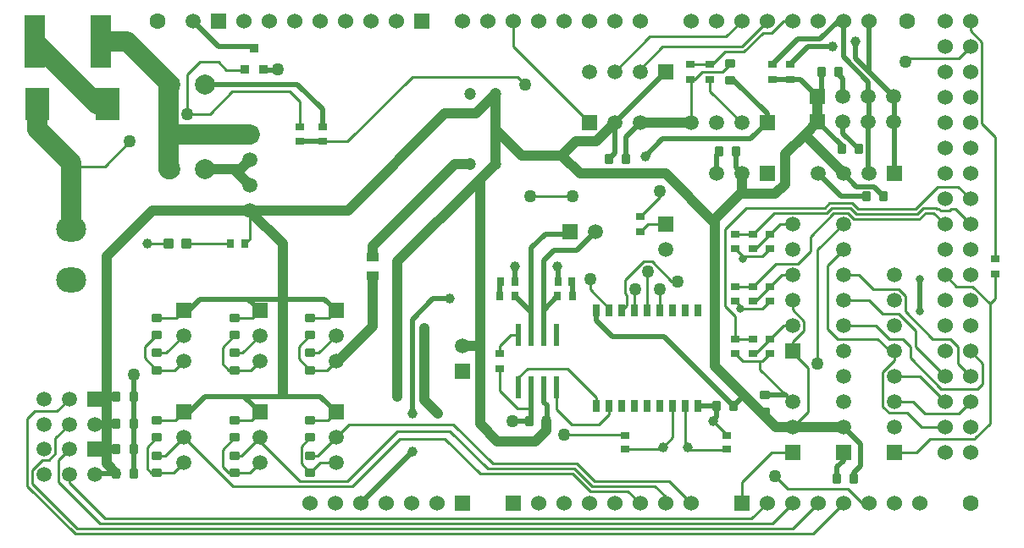
<source format=gtl>
G04 Layer_Physical_Order=1*
G04 Layer_Color=255*
%FSLAX44Y44*%
%MOMM*%
G71*
G01*
G75*
G04:AMPARAMS|DCode=10|XSize=1mm|YSize=0.9mm|CornerRadius=0.1125mm|HoleSize=0mm|Usage=FLASHONLY|Rotation=90.000|XOffset=0mm|YOffset=0mm|HoleType=Round|Shape=RoundedRectangle|*
%AMROUNDEDRECTD10*
21,1,1.0000,0.6750,0,0,90.0*
21,1,0.7750,0.9000,0,0,90.0*
1,1,0.2250,0.3375,0.3875*
1,1,0.2250,0.3375,-0.3875*
1,1,0.2250,-0.3375,-0.3875*
1,1,0.2250,-0.3375,0.3875*
%
%ADD10ROUNDEDRECTD10*%
%ADD11R,0.7000X0.9000*%
%ADD12R,0.9000X0.7000*%
G04:AMPARAMS|DCode=13|XSize=1.016mm|YSize=1.016mm|CornerRadius=0.1524mm|HoleSize=0mm|Usage=FLASHONLY|Rotation=90.000|XOffset=0mm|YOffset=0mm|HoleType=Round|Shape=RoundedRectangle|*
%AMROUNDEDRECTD13*
21,1,1.0160,0.7112,0,0,90.0*
21,1,0.7112,1.0160,0,0,90.0*
1,1,0.3048,0.3556,0.3556*
1,1,0.3048,0.3556,-0.3556*
1,1,0.3048,-0.3556,-0.3556*
1,1,0.3048,-0.3556,0.3556*
%
%ADD13ROUNDEDRECTD13*%
%ADD14R,0.8000X0.9000*%
%ADD15R,1.2192X0.8128*%
G04:AMPARAMS|DCode=16|XSize=1mm|YSize=0.9mm|CornerRadius=0.1125mm|HoleSize=0mm|Usage=FLASHONLY|Rotation=0.000|XOffset=0mm|YOffset=0mm|HoleType=Round|Shape=RoundedRectangle|*
%AMROUNDEDRECTD16*
21,1,1.0000,0.6750,0,0,0.0*
21,1,0.7750,0.9000,0,0,0.0*
1,1,0.2250,0.3875,-0.3375*
1,1,0.2250,-0.3875,-0.3375*
1,1,0.2250,-0.3875,0.3375*
1,1,0.2250,0.3875,0.3375*
%
%ADD16ROUNDEDRECTD16*%
%ADD17R,0.9000X0.8000*%
%ADD18R,2.0000X5.3000*%
%ADD19R,0.6096X2.2098*%
%ADD20R,0.7620X1.1430*%
%ADD21R,2.4000X3.3000*%
%ADD22R,0.8128X0.9144*%
%ADD23C,0.5000*%
%ADD24C,0.2500*%
%ADD25C,1.0000*%
%ADD26C,0.2540*%
%ADD27C,2.0000*%
%ADD28C,1.5240*%
%ADD29R,1.5240X1.5240*%
%ADD30C,1.6000*%
%ADD31R,1.5000X1.5000*%
%ADD32C,1.5000*%
%ADD33R,1.5000X1.5000*%
%ADD34C,1.2000*%
%ADD35C,2.0000*%
%ADD36O,3.0000X2.5000*%
%ADD37C,1.0000*%
%ADD38C,1.2700*%
%ADD39C,0.8000*%
D10*
X878500Y332500D02*
D03*
X861500D02*
D03*
X836500Y380000D02*
D03*
X853500D02*
D03*
X833500Y457500D02*
D03*
X816500D02*
D03*
X128500Y105000D02*
D03*
X111500D02*
D03*
X128500Y132500D02*
D03*
X111500D02*
D03*
X128500Y55000D02*
D03*
X111500D02*
D03*
X128500Y80000D02*
D03*
X111500D02*
D03*
X621000Y370000D02*
D03*
X604000D02*
D03*
X714000Y377500D02*
D03*
X731000D02*
D03*
X848500Y50000D02*
D03*
X831500D02*
D03*
X711500Y122500D02*
D03*
X728500D02*
D03*
X541000Y107500D02*
D03*
X524000D02*
D03*
D11*
X225000Y285000D02*
D03*
X240000D02*
D03*
X567500Y232500D02*
D03*
X552500D02*
D03*
X495000D02*
D03*
X510000D02*
D03*
D12*
X295000Y402500D02*
D03*
Y387500D02*
D03*
X317500Y402500D02*
D03*
Y387500D02*
D03*
X635000Y297300D02*
D03*
Y312300D02*
D03*
X990000Y270000D02*
D03*
Y255000D02*
D03*
X765000Y295000D02*
D03*
Y280000D02*
D03*
X747500Y280000D02*
D03*
Y295000D02*
D03*
X765000Y242500D02*
D03*
Y227500D02*
D03*
X747500Y242500D02*
D03*
Y227500D02*
D03*
X765000Y175000D02*
D03*
Y190000D02*
D03*
X747500Y190000D02*
D03*
Y175000D02*
D03*
X785000Y465000D02*
D03*
Y450000D02*
D03*
X767500Y465000D02*
D03*
Y450000D02*
D03*
X494800Y160379D02*
D03*
Y175379D02*
D03*
X685000Y450000D02*
D03*
Y465000D02*
D03*
X705000D02*
D03*
Y450000D02*
D03*
D13*
X181270Y285000D02*
D03*
X163610D02*
D03*
D14*
X553000Y247500D02*
D03*
X567000D02*
D03*
X509500D02*
D03*
X495500D02*
D03*
D15*
X367500Y253356D02*
D03*
Y271500D02*
D03*
D16*
X152100Y193800D02*
D03*
Y210800D02*
D03*
X725000Y466000D02*
D03*
Y449000D02*
D03*
X760000Y133500D02*
D03*
Y116500D02*
D03*
X230000Y193800D02*
D03*
Y210800D02*
D03*
X305400Y193800D02*
D03*
Y210800D02*
D03*
X152100Y91300D02*
D03*
Y108300D02*
D03*
X230000Y91300D02*
D03*
Y108300D02*
D03*
X305400Y91300D02*
D03*
Y108300D02*
D03*
X305400Y56300D02*
D03*
Y73300D02*
D03*
X230000Y56300D02*
D03*
Y73300D02*
D03*
X152100Y56300D02*
D03*
Y73300D02*
D03*
X305400Y158800D02*
D03*
Y175800D02*
D03*
X230000Y158800D02*
D03*
Y175800D02*
D03*
X152100Y158800D02*
D03*
Y175800D02*
D03*
D17*
X730000Y294500D02*
D03*
Y280500D02*
D03*
Y242000D02*
D03*
Y228000D02*
D03*
X730000Y189500D02*
D03*
Y175500D02*
D03*
X619760Y79360D02*
D03*
Y93360D02*
D03*
X721360Y79360D02*
D03*
Y93360D02*
D03*
D18*
X29500Y487500D02*
D03*
X95500D02*
D03*
D19*
X513250Y194041D02*
D03*
X525950D02*
D03*
X538650D02*
D03*
X551350D02*
D03*
Y141717D02*
D03*
X538650D02*
D03*
X525950D02*
D03*
X513250D02*
D03*
D20*
X591500Y218385D02*
D03*
X604200D02*
D03*
X616900D02*
D03*
X629600D02*
D03*
X642300D02*
D03*
X655000D02*
D03*
X667700D02*
D03*
X680400D02*
D03*
X693100D02*
D03*
Y122500D02*
D03*
X680400D02*
D03*
X667700D02*
D03*
X655000D02*
D03*
X642300D02*
D03*
X629600D02*
D03*
X616900D02*
D03*
X604200D02*
D03*
X591500D02*
D03*
D21*
X32750Y425000D02*
D03*
X102250D02*
D03*
D22*
X248920Y481076D02*
D03*
X258572Y459900D02*
D03*
X239420D02*
D03*
D23*
X838200Y355600D02*
X851300Y342500D01*
X868500D01*
X878500Y332500D01*
X835900D02*
X861500D01*
X812800Y355600D02*
X835900Y332500D01*
X863600Y457600D02*
Y508000D01*
X850000Y471200D02*
X863600Y457600D01*
X850000Y471200D02*
Y487500D01*
X838200Y472393D02*
Y508000D01*
Y472393D02*
X863300Y447293D01*
Y432500D02*
Y447293D01*
X812500Y432500D02*
X816500Y436500D01*
Y455000D01*
X833500D02*
X837900Y450600D01*
Y432500D02*
Y450600D01*
X837900Y395600D02*
X853500Y380000D01*
X837900Y395600D02*
Y407500D01*
X836500Y380000D02*
Y383500D01*
X812500Y407500D02*
X836500Y383500D01*
X792500Y490000D02*
X815000D01*
X767500Y465000D02*
X792500Y490000D01*
X815000D02*
X833000Y508000D01*
X802500Y482500D02*
X827500D01*
X785000Y465000D02*
X802500Y482500D01*
X833000Y508000D02*
X838200D01*
X863300Y355900D02*
Y407500D01*
Y355900D02*
X863600Y355600D01*
X889000D02*
Y431800D01*
X795000Y450000D02*
X812500Y432500D01*
X785000Y450000D02*
X795000D01*
X863600Y457600D02*
X888700Y432500D01*
X863600Y406400D02*
Y432200D01*
X889000Y431800D02*
Y432200D01*
X888700Y432500D02*
X889000Y432200D01*
X863300Y432500D02*
X863600Y432200D01*
X562500Y295000D02*
X565000Y297500D01*
X540000Y295000D02*
X562500D01*
X525950Y280950D02*
X540000Y295000D01*
X571650Y278750D02*
X590400Y297500D01*
X548750Y278750D02*
X571650D01*
X538650Y268650D02*
X548750Y278750D01*
X538650Y218650D02*
Y268650D01*
X128500Y132500D02*
Y154000D01*
Y105000D02*
Y132500D01*
Y80000D02*
Y105000D01*
Y55000D02*
Y80000D01*
X90400Y55000D02*
X111500D01*
X90000Y80000D02*
X111500D01*
X90400Y105000D02*
X111500D01*
X90000Y132500D02*
X109000D01*
X915000Y217500D02*
Y250000D01*
X760000Y133500D02*
X780900D01*
X525950Y120000D02*
Y141717D01*
Y110000D02*
Y120000D01*
X621000Y392400D02*
X635000Y406400D01*
X621000Y370000D02*
Y392400D01*
X609600Y406193D02*
Y406400D01*
Y375600D02*
Y406193D01*
X604000Y370000D02*
X609600Y375600D01*
X731000Y361200D02*
X736600Y355600D01*
X731000Y361200D02*
Y377500D01*
X711200Y374700D02*
X714000Y377500D01*
X711200Y355600D02*
Y374700D01*
X525950Y216550D02*
Y280950D01*
X552500Y262500D02*
X553000Y262000D01*
Y247500D02*
Y262000D01*
X509500Y262000D02*
X510000Y262500D01*
X509500Y247500D02*
Y262000D01*
X567500Y232500D02*
Y247000D01*
X495000Y232500D02*
Y247000D01*
X538650Y218650D02*
X552500Y232500D01*
X538650Y194041D02*
Y218650D01*
X510000Y232500D02*
X525950Y216550D01*
Y194041D02*
Y216550D01*
X838200Y101600D02*
X855000Y84800D01*
Y62500D02*
Y84800D01*
X848500Y56000D02*
X855000Y62500D01*
X848500Y50000D02*
Y56000D01*
X831500Y50000D02*
Y61500D01*
X838200Y68200D01*
Y76200D01*
X507500Y107500D02*
X524000D01*
X591500Y208500D02*
Y218385D01*
Y208500D02*
X607500Y192500D01*
X658500D01*
X728500Y122500D01*
X738050Y132050D01*
X740450D01*
X707800Y107879D02*
X711500Y111579D01*
Y122500D01*
X693100D02*
X711500D01*
X239200Y132300D02*
X315400D01*
X243300Y229800D02*
X277500D01*
X315400Y132300D02*
X330900Y116800D01*
X239200Y132300D02*
X254700Y116800D01*
X200000Y132300D02*
X239200D01*
X184500Y116800D02*
X200000Y132300D01*
X319500Y229800D02*
X330900Y218400D01*
X243300Y229800D02*
X254700Y218400D01*
X195000Y229800D02*
X243300D01*
X183600Y218400D02*
X195000Y229800D01*
X178500Y218400D02*
X183600D01*
X538650Y126529D02*
X541800Y123379D01*
X538650Y126529D02*
Y141717D01*
X541800Y112879D02*
Y123379D01*
X609600Y406400D02*
X660400Y457200D01*
X317500Y402500D02*
Y420000D01*
X292500Y445000D02*
X317500Y420000D01*
X745600Y390000D02*
X762000Y406400D01*
X657500Y390000D02*
X745600D01*
X640000Y372500D02*
X657500Y390000D01*
X355600Y25600D02*
X407500Y77500D01*
X355600Y25400D02*
Y25600D01*
X295000Y387500D02*
X317500D01*
X200000Y445000D02*
X292500D01*
X187960Y508000D02*
X188339D01*
X258572Y459300D02*
X271800D01*
X272500Y460000D01*
X277500Y229800D02*
X319500D01*
X188339Y508000D02*
X213739Y482600D01*
X250000D01*
X428120Y230000D02*
X445000D01*
X407500Y209380D02*
X428120Y230000D01*
X407500Y115000D02*
Y209380D01*
X762000Y406400D02*
Y415500D01*
X728500Y449000D02*
X762000Y415500D01*
X767500Y450000D02*
X785000D01*
D24*
X824408Y326050D02*
X847002D01*
X819408Y321050D02*
X824408Y326050D01*
X741050Y321050D02*
X819408D01*
X821479Y316050D02*
X826479Y321050D01*
X768550Y316050D02*
X821479D01*
X828550Y316050D02*
X842860D01*
X805000Y292500D02*
X828550Y316050D01*
X826479Y321050D02*
X844931D01*
X720000Y300000D02*
X741050Y321050D01*
X747500Y295000D02*
X768550Y316050D01*
X853052Y320000D02*
X910000D01*
X847002Y326050D02*
X853052Y320000D01*
X850981Y315000D02*
X912071D01*
X844931Y321050D02*
X850981Y315000D01*
X848910Y310000D02*
X914142D01*
X842860Y316050D02*
X848910Y310000D01*
X920192Y316050D02*
X928550D01*
X914142Y310000D02*
X920192Y316050D01*
X918121Y321050D02*
X930621D01*
X912071Y315000D02*
X918121Y321050D01*
X910000Y320000D02*
X932500Y342500D01*
X928550Y316050D02*
X939800Y304800D01*
X707800Y107879D02*
X722319Y93360D01*
X558800Y93980D02*
X619760D01*
X100000Y362500D02*
X125000Y387500D01*
X70000Y362500D02*
X100000D01*
X245000Y317500D02*
Y318800D01*
Y290000D02*
Y317500D01*
X240000Y285000D02*
X245000Y290000D01*
X181270Y285000D02*
X225000D01*
X142500D02*
X163610D01*
X180000Y286270D02*
X181270Y285000D01*
X147530Y318800D02*
X148700D01*
X780900Y133500D02*
X787400Y127000D01*
X755000Y159400D02*
X780900Y133500D01*
X755000Y167500D02*
X757500D01*
X738000D02*
X755000D01*
Y159400D02*
Y167500D01*
X735000Y220000D02*
Y223000D01*
X730000Y228000D02*
X735000Y223000D01*
Y220000D02*
X757500D01*
X765000Y227500D01*
X512500Y120000D02*
X525950D01*
X494800Y137700D02*
X512500Y120000D01*
X494800Y137700D02*
Y160379D01*
X787400Y219110D02*
Y228600D01*
Y219110D02*
X798650Y207860D01*
Y198540D02*
Y207860D01*
X787400Y187290D02*
X798650Y198540D01*
X787400Y177800D02*
Y187290D01*
Y175814D02*
Y177800D01*
Y175814D02*
X802500Y160714D01*
Y116700D02*
Y160714D01*
X787400Y101600D02*
X802500Y116700D01*
X812498Y165000D02*
X812500Y165001D01*
Y279100D01*
X838200Y304800D01*
X635000Y297300D02*
X642500Y304800D01*
X660400D01*
X296400Y65300D02*
X305400Y56300D01*
X296400Y65300D02*
Y82300D01*
X315100Y66000D02*
X330900D01*
X305400Y56300D02*
X315100Y66000D01*
X178500Y116800D02*
X184500D01*
X322100Y158800D02*
X330900Y167600D01*
X305400Y158800D02*
X322100D01*
X313700Y175800D02*
X330900Y193000D01*
X305400Y175800D02*
X313700D01*
X293900Y170300D02*
X305400Y158800D01*
X293900Y170300D02*
Y182300D01*
X305400Y193800D01*
X323300Y210800D02*
X330900Y218400D01*
X305400Y210800D02*
X323300D01*
X247100D02*
X254700Y218400D01*
X230000Y210800D02*
X247100D01*
X237500Y175800D02*
X254700Y193000D01*
X230000Y175800D02*
X237500D01*
X217500Y181300D02*
X230000Y193800D01*
X217500Y164800D02*
Y181300D01*
Y164800D02*
X223500Y158800D01*
X230000D01*
X245900D02*
X254700Y167600D01*
X230000Y158800D02*
X245900D01*
X170900Y210800D02*
X178500Y218400D01*
X152100Y210800D02*
X170900D01*
X140000Y170900D02*
X152100Y158800D01*
X140000Y170900D02*
Y181700D01*
X152100Y193800D01*
X161300Y175800D02*
X178500Y193000D01*
X152100Y175800D02*
X161300D01*
X169700Y158800D02*
X178500Y167600D01*
X152100Y158800D02*
X169700D01*
X170000Y108300D02*
X178500Y116800D01*
X152100Y108300D02*
X170000D01*
X142500Y81700D02*
X152100Y91300D01*
X142500Y59800D02*
Y81700D01*
Y59800D02*
X146000Y56300D01*
X152100D01*
X160400Y73300D02*
X178500Y91400D01*
X152100Y73300D02*
X160400D01*
X168800Y56300D02*
X178500Y66000D01*
X152100Y56300D02*
X168800D01*
X246200Y108300D02*
X254700Y116800D01*
X230000Y108300D02*
X246200D01*
X236600Y73300D02*
X254700Y91400D01*
X230000Y73300D02*
X236600D01*
X217500Y78800D02*
X230000Y91300D01*
X217500Y62300D02*
Y78800D01*
Y62300D02*
X223500Y56300D01*
X230000D01*
X245000D02*
X254700Y66000D01*
X230000Y56300D02*
X245000D01*
X322400Y108300D02*
X330900Y116800D01*
X305400Y108300D02*
X322400D01*
X296400Y82300D02*
X305400Y91300D01*
X312800Y73300D02*
X330900Y91400D01*
X305400Y73300D02*
X312800D01*
X730500Y295000D02*
X747500D01*
X757500Y272500D02*
X765000Y280000D01*
X737500Y272500D02*
X757500D01*
X730000Y280000D02*
X737500Y272500D01*
X730000Y280000D02*
Y280500D01*
X765000Y295000D02*
X774800Y304800D01*
X750000Y280000D02*
X765000Y295000D01*
X747500Y280000D02*
X750000D01*
X774800Y304800D02*
X787400D01*
X730000Y242000D02*
X730500Y242500D01*
X747500D01*
X765000Y242500D02*
X776500Y254000D01*
X750000Y227500D02*
X765000Y242500D01*
X747500Y227500D02*
X750000D01*
X776500Y254000D02*
X787400D01*
X730000Y189500D02*
X730500Y190000D01*
X747500D01*
X757500Y167500D02*
X765000Y175000D01*
X730000Y175500D02*
X738000Y167500D01*
X765000Y190000D02*
X778200Y203200D01*
X750000Y175000D02*
X765000Y190000D01*
X747500Y175000D02*
X750000D01*
X778200Y203200D02*
X787400D01*
X884700Y177800D02*
X889000D01*
X872500Y190000D02*
X884700Y177800D01*
X832500Y190000D02*
X872500D01*
X822500Y200000D02*
X832500Y190000D01*
X822500Y200000D02*
Y263700D01*
X838200Y279400D01*
X591500Y122500D02*
Y131179D01*
X562300Y160379D02*
X591500Y131179D01*
X522300Y160379D02*
X562300D01*
X513250Y151329D02*
X522300Y160379D01*
X513250Y141717D02*
Y151329D01*
X604200Y114779D02*
Y122500D01*
X525950Y141717D02*
Y151729D01*
X494800Y182879D02*
X505962Y194041D01*
X494800Y175379D02*
Y182879D01*
X505962Y194041D02*
X513250D01*
X685800Y406400D02*
Y449700D01*
X990000Y272500D02*
X992500Y270000D01*
X990000Y252500D02*
X992500Y255000D01*
X629600Y218385D02*
Y239600D01*
X655000Y218385D02*
Y240000D01*
X642300Y257300D02*
X642500Y257500D01*
X629600Y239600D02*
X630000Y240000D01*
X642300Y218385D02*
Y257300D01*
X508000Y482600D02*
Y508000D01*
Y482600D02*
X584200Y406400D01*
X655000Y332300D02*
Y337500D01*
X635000Y312300D02*
X655000Y332300D01*
X475000Y55000D02*
X567500D01*
X585000Y37500D01*
X440000Y90000D02*
X475000Y55000D01*
X622900Y37500D02*
X635000Y25400D01*
X585000Y37500D02*
X622900D01*
X227600Y42300D02*
X340000D01*
X178500Y91400D02*
X227600Y42300D01*
X605000Y219185D02*
Y219713D01*
X585000Y239713D02*
Y250000D01*
Y239713D02*
X605000Y219713D01*
X485429Y60000D02*
X569571D01*
X485429Y60000D02*
X485429Y60000D01*
X587071Y42500D02*
X650000D01*
X445000Y97500D02*
X482500Y60000D01*
X485429D01*
X660400Y25400D02*
Y32100D01*
X569571Y60000D02*
X587071Y42500D01*
X650000D02*
X660400Y32100D01*
X254700Y87600D02*
Y91400D01*
X295000Y47300D02*
X332500D01*
X254700Y87600D02*
X295000Y47300D01*
X487500Y65000D02*
X571642D01*
X589142Y47500D01*
X448400Y104100D02*
X487500Y65000D01*
X663700Y47500D02*
X685800Y25400D01*
X589142Y47500D02*
X663700D01*
X343600Y104100D02*
X448400D01*
X766200Y76200D02*
X787400D01*
X736600Y25400D02*
Y46600D01*
X766200Y76200D01*
X53350Y68750D02*
X64600Y80000D01*
X50450Y90450D02*
X64600Y104600D01*
X50450Y75340D02*
Y90450D01*
X43860Y68750D02*
X50450Y75340D01*
X37440Y68750D02*
X43860D01*
X27500Y58810D02*
X37440Y68750D01*
X52100Y117500D02*
X64600Y130000D01*
X30000Y117500D02*
X52100D01*
X22500Y110000D02*
X30000Y117500D01*
X525000Y332500D02*
X567500D01*
X842500Y40000D02*
X857100Y25400D01*
X782500Y40000D02*
X842500D01*
X857100Y25400D02*
X863600D01*
X770000Y52500D02*
X782500Y40000D01*
X512500Y452500D02*
X520000Y445000D01*
X965200Y498680D02*
X976570Y487309D01*
Y405930D02*
Y487309D01*
X965200Y498680D02*
Y508000D01*
X976570Y405930D02*
X990000Y392500D01*
Y272500D02*
Y392500D01*
X953830Y471230D02*
X965200Y482600D01*
X903730Y471230D02*
X953830D01*
X900000Y467500D02*
X903730Y471230D01*
X932500Y342500D02*
X952900D01*
X965200Y330200D01*
X720000Y222500D02*
Y300000D01*
Y222500D02*
X730000Y212500D01*
Y189500D02*
Y212500D01*
X805000Y277500D02*
Y292500D01*
X792750Y265250D02*
X805000Y277500D01*
X747500Y242500D02*
X770250Y265250D01*
X792750D01*
X944510Y318830D02*
X945680Y320000D01*
X950000D01*
X930621Y321050D02*
X931671Y320000D01*
X933921D01*
X950000D02*
X965200Y304800D01*
X933921Y320000D02*
X935091Y318830D01*
X944510D01*
X990000Y230000D02*
Y252500D01*
X985000Y225000D02*
X990000Y230000D01*
X967500Y242500D02*
X985000Y225000D01*
Y105320D02*
Y225000D01*
X970000Y90320D02*
X985000Y105320D01*
X970000Y90000D02*
Y90320D01*
X951300Y242500D02*
X967500D01*
X925000Y90000D02*
X970000D01*
X939800Y254000D02*
X951300Y242500D01*
X911200Y76200D02*
X925000Y90000D01*
X889000Y76200D02*
X911200D01*
X646684Y267600D02*
X666784Y247500D01*
X672500D01*
X638316Y267600D02*
X646684D01*
X619900Y249184D02*
X638316Y267600D01*
X619900Y235816D02*
Y249184D01*
X621960Y223445D02*
Y233757D01*
X619900Y235816D02*
X621960Y233757D01*
X616900Y218385D02*
X621960Y223445D01*
X965200Y177800D02*
X977500Y165500D01*
X905000Y171120D02*
Y182500D01*
X977500Y145000D02*
Y165500D01*
X972500Y140000D02*
X977500Y145000D01*
X936121Y140000D02*
X972500D01*
X838200Y203200D02*
X870671D01*
X883871Y190000D02*
X897500D01*
X905000Y182500D01*
Y171120D02*
X936121Y140000D01*
X870671Y203200D02*
X883871Y190000D01*
X910000Y182200D02*
Y198110D01*
X893110Y215000D02*
X910000Y198110D01*
Y182200D02*
X939800Y152400D01*
X838200Y228600D02*
X863900D01*
X877500Y215000D02*
X893110D01*
X863900Y228600D02*
X877500Y215000D01*
X927500Y190000D02*
X945000D01*
X952500Y182500D01*
X900250Y217250D02*
Y233260D01*
X952500Y165100D02*
X965200Y152400D01*
X952500Y165100D02*
Y182500D01*
X838200Y254000D02*
X853500D01*
X867650Y239850D02*
X893660D01*
X900250Y233260D01*
Y217250D02*
X927500Y190000D01*
X853500Y254000D02*
X867650Y239850D01*
X889000Y152400D02*
X914400D01*
X939800Y127000D01*
X953200Y115000D02*
X965200Y127000D01*
X920000Y115000D02*
X953200D01*
X889000Y127000D02*
X908000D01*
X920000Y115000D01*
X889000Y168310D02*
Y177800D01*
X877750Y157060D02*
X889000Y168310D01*
X901750Y115750D02*
X915900Y101600D01*
X939800D01*
X877750Y122340D02*
X884340Y115750D01*
X877750Y122340D02*
Y157060D01*
X884340Y115750D02*
X901750D01*
X736500Y482500D02*
X762000Y508000D01*
X657500Y482500D02*
X736500D01*
X635000Y460000D02*
X657500Y482500D01*
X635000Y457200D02*
Y460000D01*
X721100Y492500D02*
X736600Y508000D01*
X644900Y492500D02*
X721100D01*
X609600Y457200D02*
X644900Y492500D01*
X317500Y387500D02*
X342500D01*
X407500Y452500D01*
X512500D01*
X182500Y455000D02*
X195000Y467500D01*
X182500Y414999D02*
Y455000D01*
Y414999D02*
X204999D01*
X227500Y437500D01*
X285000D01*
X295000Y427500D01*
Y402500D02*
Y427500D01*
X347100Y42300D02*
X394800Y90000D01*
X440000D01*
X337820Y42300D02*
X347100D01*
X341940Y47300D02*
X392140Y97500D01*
X445000D01*
X332500Y47300D02*
X341940D01*
X330900Y91400D02*
X343600Y104100D01*
X195000Y467500D02*
X213220D01*
X221420Y459300D01*
X239420D01*
X593560Y104140D02*
X604200Y114779D01*
X551350Y119210D02*
Y141717D01*
Y119210D02*
X566420Y104140D01*
X593560D01*
X619760Y93980D02*
X622300Y91440D01*
X807720Y-5080D02*
X838200Y25400D01*
X787320Y-80D02*
X812800Y25400D01*
X766920Y4920D02*
X787400Y25400D01*
X746520Y9920D02*
X762000Y25400D01*
X64600Y45400D02*
Y54600D01*
Y45400D02*
X100080Y9920D01*
X746520D01*
X53350Y46650D02*
Y68750D01*
Y46650D02*
X95080Y4920D01*
X766920D01*
X22500Y42500D02*
Y110000D01*
Y42500D02*
X70080Y-5080D01*
X807720D01*
X27500Y44571D02*
Y58810D01*
Y44571D02*
X72151Y-80D01*
X787320D01*
X705000Y438000D02*
X736600Y406400D01*
X705000Y438000D02*
Y449700D01*
X685800D02*
X689700D01*
X697250Y457250D01*
X717250D01*
X725000Y465000D01*
X889000Y431800D02*
X889000Y431800D01*
D25*
X800000Y395000D02*
X812500Y407500D01*
X780000Y375000D02*
X800000Y395000D01*
Y393800D02*
Y395000D01*
Y393800D02*
X838200Y355600D01*
X780000Y345000D02*
Y375000D01*
X770000Y335000D02*
X780000Y345000D01*
X735000Y335000D02*
X770000D01*
X812500Y407500D02*
Y432500D01*
X570600Y387500D02*
X590907D01*
X556850Y373750D02*
X570600Y387500D01*
X575000Y355600D02*
X660400D01*
X490000Y400000D02*
Y435000D01*
Y365000D02*
Y400000D01*
X556850Y373750D02*
X575000Y355600D01*
X516250Y373750D02*
X558100D01*
X490000Y400000D02*
X516250Y373750D01*
X710000Y310000D02*
X735000Y335000D01*
X148700Y318800D02*
X245000D01*
X660400Y355600D02*
X710000Y306000D01*
X635000Y406400D02*
X685800D01*
X710000Y272500D02*
Y306000D01*
Y272500D02*
Y310000D01*
Y162500D02*
Y272500D01*
X740450Y132050D02*
X770900Y101600D01*
X710000Y162500D02*
X740450Y132050D01*
X450000Y365000D02*
X465000D01*
X367500Y282500D02*
X450000Y365000D01*
X367500Y275000D02*
Y282500D01*
X736600Y336600D02*
Y355600D01*
X770900Y101600D02*
X787400D01*
X838200D01*
X440000Y416000D02*
X471000D01*
X490000Y435000D01*
X342799Y318800D02*
X440000Y416000D01*
X245000Y318800D02*
X342799D01*
X235400Y360000D02*
X245000Y369600D01*
X229200Y360000D02*
X245000Y344200D01*
X197500Y360000D02*
X229200D01*
X235400D01*
X590907Y387500D02*
X609600Y406193D01*
X277500Y229800D02*
Y285000D01*
X245000Y317500D02*
X277500Y285000D01*
Y134800D02*
Y229800D01*
X331800Y166700D02*
X367500Y202400D01*
Y250000D01*
X101600Y272869D02*
X147530Y318800D01*
X70000Y303680D02*
Y362500D01*
X66040Y299720D02*
X70000Y303680D01*
X66040Y366460D02*
X70000Y362500D01*
X101600Y64900D02*
X111500Y55000D01*
X101600Y64900D02*
Y272869D01*
X419100Y128400D02*
X432500Y115000D01*
X419100Y128400D02*
Y200660D01*
X392499Y132500D02*
Y267499D01*
X475000Y350000D01*
X490000Y365000D01*
X475000Y105000D02*
X492500Y87500D01*
X530000D01*
X541000Y98500D01*
Y107500D01*
X457200Y182880D02*
X475000D01*
Y105000D02*
Y182880D01*
Y350000D01*
D26*
X667700Y91120D02*
Y122500D01*
X619760Y79360D02*
X657860D01*
X778108Y508000D02*
X787400D01*
X766718Y496610D02*
X778108Y508000D01*
X738580Y477480D02*
X757710Y496610D01*
X766718D01*
X680400Y83740D02*
Y122500D01*
Y83740D02*
X685400Y78740D01*
X721360D01*
X657860Y81280D02*
X667700Y91120D01*
X685800Y464700D02*
X707200D01*
X719980Y477480D01*
X738580D01*
D27*
X66040Y299720D02*
Y366460D01*
X32750Y399750D02*
Y425000D01*
Y399750D02*
X66040Y366460D01*
X29500Y487500D02*
X92000Y425000D01*
X102250D01*
X122500Y487500D02*
X165000Y445000D01*
X95500Y487500D02*
X122500D01*
X163650Y443650D02*
X165000Y445000D01*
X163650Y360000D02*
X165000D01*
X163650Y395000D02*
Y443650D01*
Y395000D02*
X245000D01*
X163650Y360000D02*
Y395000D01*
D28*
X304800Y25400D02*
D03*
X863600Y508000D02*
D03*
X838200D02*
D03*
X238760D02*
D03*
X264160D02*
D03*
X289560D02*
D03*
X314960D02*
D03*
X340360D02*
D03*
X365760D02*
D03*
X391160D02*
D03*
X457200D02*
D03*
X482600D02*
D03*
X508000D02*
D03*
X533400D02*
D03*
X558800D02*
D03*
X584200D02*
D03*
X558800Y25400D02*
D03*
X533400D02*
D03*
X635000D02*
D03*
X609600D02*
D03*
X584200D02*
D03*
X431800D02*
D03*
X406400D02*
D03*
X381000D02*
D03*
X355600D02*
D03*
X330200D02*
D03*
X660400D02*
D03*
X685800D02*
D03*
X762000D02*
D03*
X787400D02*
D03*
X812800D02*
D03*
X838200D02*
D03*
X863600D02*
D03*
X889000D02*
D03*
X914400D02*
D03*
X939800Y508000D02*
D03*
X965200D02*
D03*
X939800Y482600D02*
D03*
X965200D02*
D03*
X939800Y457200D02*
D03*
X965200D02*
D03*
X939800Y431800D02*
D03*
X965200D02*
D03*
X939800Y406400D02*
D03*
X965200D02*
D03*
X939800Y381000D02*
D03*
X965200D02*
D03*
X939800Y355600D02*
D03*
X965200D02*
D03*
X939800Y330200D02*
D03*
X965200D02*
D03*
X939800Y304800D02*
D03*
X965200D02*
D03*
X939800Y279400D02*
D03*
X965200D02*
D03*
X939800Y254000D02*
D03*
X965200D02*
D03*
X939800Y228600D02*
D03*
X965200D02*
D03*
X939800Y203200D02*
D03*
X965200D02*
D03*
X939800Y177800D02*
D03*
X965200D02*
D03*
X939800Y152400D02*
D03*
X965200D02*
D03*
X939800Y127000D02*
D03*
X965200D02*
D03*
X939800Y101600D02*
D03*
X965200D02*
D03*
X939800Y76200D02*
D03*
X965200D02*
D03*
X812800Y508000D02*
D03*
X762000D02*
D03*
X711200D02*
D03*
X609600D02*
D03*
X787400D02*
D03*
X736600D02*
D03*
X685800D02*
D03*
X635000D02*
D03*
D29*
X416560D02*
D03*
X508000Y25400D02*
D03*
X457200D02*
D03*
X736600D02*
D03*
D30*
X152400Y508000D02*
D03*
X965200Y25400D02*
D03*
X901700Y508000D02*
D03*
D31*
X565000Y297500D02*
D03*
X90000Y130000D02*
D03*
Y80000D02*
D03*
X660400Y457200D02*
D03*
X812500Y407500D02*
D03*
X889000Y355600D02*
D03*
X762000D02*
D03*
Y406400D02*
D03*
X584200D02*
D03*
X213360Y508000D02*
D03*
X812500Y432500D02*
D03*
D32*
X590400Y297500D02*
D03*
X64600Y130000D02*
D03*
X39200D02*
D03*
X90000Y104600D02*
D03*
X64600D02*
D03*
X39200D02*
D03*
X64600Y80000D02*
D03*
X39200D02*
D03*
X90000Y54600D02*
D03*
X64600D02*
D03*
X39200D02*
D03*
X660400Y279400D02*
D03*
X889000Y254000D02*
D03*
Y228600D02*
D03*
Y203200D02*
D03*
Y177800D02*
D03*
Y152400D02*
D03*
Y127000D02*
D03*
Y101600D02*
D03*
X838200Y127000D02*
D03*
Y304800D02*
D03*
Y279400D02*
D03*
Y254000D02*
D03*
Y228600D02*
D03*
Y203200D02*
D03*
Y177800D02*
D03*
Y152400D02*
D03*
Y101600D02*
D03*
X787400D02*
D03*
Y127000D02*
D03*
X787400Y203200D02*
D03*
Y228600D02*
D03*
Y254000D02*
D03*
Y279400D02*
D03*
Y304800D02*
D03*
X584200Y457200D02*
D03*
X609600D02*
D03*
X635000D02*
D03*
X888700Y407500D02*
D03*
X863300D02*
D03*
X837900D02*
D03*
X330900Y91400D02*
D03*
Y66000D02*
D03*
X812800Y355600D02*
D03*
X838200D02*
D03*
X863600D02*
D03*
X254700Y91400D02*
D03*
Y66000D02*
D03*
X178500Y91400D02*
D03*
Y66000D02*
D03*
X330900Y193000D02*
D03*
Y167600D02*
D03*
X254700Y193000D02*
D03*
Y167600D02*
D03*
X178500Y193000D02*
D03*
Y167600D02*
D03*
X736600Y355600D02*
D03*
X711200D02*
D03*
X685800Y406400D02*
D03*
X711200D02*
D03*
X736600D02*
D03*
X609600D02*
D03*
X635000D02*
D03*
X245000Y318800D02*
D03*
Y344200D02*
D03*
Y369600D02*
D03*
X187960Y508000D02*
D03*
X457200Y182880D02*
D03*
X837900Y432500D02*
D03*
X863300D02*
D03*
X888700D02*
D03*
D33*
X660400Y304800D02*
D03*
X889000Y76200D02*
D03*
X838200Y76200D02*
D03*
X787400D02*
D03*
X787400Y177800D02*
D03*
X330900Y116800D02*
D03*
X254700D02*
D03*
X178500D02*
D03*
X330900Y218400D02*
D03*
X254700D02*
D03*
X178500D02*
D03*
X245000Y395000D02*
D03*
X457200Y157480D02*
D03*
D34*
X465000Y435000D02*
D03*
X490000D02*
D03*
X465000Y365000D02*
D03*
X490000D02*
D03*
D35*
X200000Y360000D02*
D03*
X165000D02*
D03*
Y445000D02*
D03*
X200000D02*
D03*
D36*
X66040Y248920D02*
D03*
Y299720D02*
D03*
D37*
X657860Y81280D02*
D03*
X682860D02*
D03*
X827500Y482500D02*
D03*
X850000Y487500D02*
D03*
X142500Y285000D02*
D03*
X432500Y115000D02*
D03*
X552500Y262500D02*
D03*
X510000D02*
D03*
X707800Y107879D02*
D03*
X392499Y132500D02*
D03*
X640000Y372500D02*
D03*
X445000Y230000D02*
D03*
X407500Y115000D02*
D03*
Y77500D02*
D03*
X419100Y200660D02*
D03*
D38*
X558800Y93980D02*
D03*
X182500Y414999D02*
D03*
X125000Y387500D02*
D03*
X128500Y154000D02*
D03*
X812498Y165000D02*
D03*
X507500Y107500D02*
D03*
X655000Y240000D02*
D03*
X642500Y257500D02*
D03*
X630000Y240000D02*
D03*
X655000Y337500D02*
D03*
X585000Y250000D02*
D03*
X567500Y332500D02*
D03*
X770000Y52500D02*
D03*
X520000Y445000D02*
D03*
X525000Y332500D02*
D03*
X900000Y467500D02*
D03*
X672500Y247500D02*
D03*
X272500Y460000D02*
D03*
D39*
X915000Y217500D02*
D03*
Y250000D02*
D03*
X735000Y220000D02*
D03*
X737500Y270000D02*
D03*
M02*

</source>
